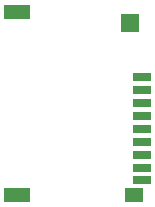
<source format=gbr>
%TF.GenerationSoftware,KiCad,Pcbnew,(5.99.0-8778-g8571687f51)*%
%TF.CreationDate,2021-02-03T12:08:05+08:00*%
%TF.ProjectId,lightboard-zero,6c696768-7462-46f6-9172-642d7a65726f,rev?*%
%TF.SameCoordinates,Original*%
%TF.FileFunction,Paste,Bot*%
%TF.FilePolarity,Positive*%
%FSLAX46Y46*%
G04 Gerber Fmt 4.6, Leading zero omitted, Abs format (unit mm)*
G04 Created by KiCad (PCBNEW (5.99.0-8778-g8571687f51)) date 2021-02-03 12:08:05*
%MOMM*%
%LPD*%
G01*
G04 APERTURE LIST*
%ADD10R,1.600000X0.700000*%
%ADD11R,2.200000X1.200000*%
%ADD12R,1.500000X1.200000*%
%ADD13R,1.600000X1.500000*%
G04 APERTURE END LIST*
D10*
%TO.C,U3*%
X15300000Y-14750000D03*
X15300000Y-15850000D03*
X15300000Y-16950000D03*
X15300000Y-18050000D03*
X15300000Y-19150000D03*
X15300000Y-20250000D03*
X15300000Y-21350000D03*
X15300000Y-22450000D03*
X15300000Y-23500000D03*
D11*
X4700000Y-24750000D03*
D12*
X14600000Y-24750000D03*
D13*
X14300000Y-10150000D03*
D11*
X4700000Y-9250000D03*
%TD*%
M02*

</source>
